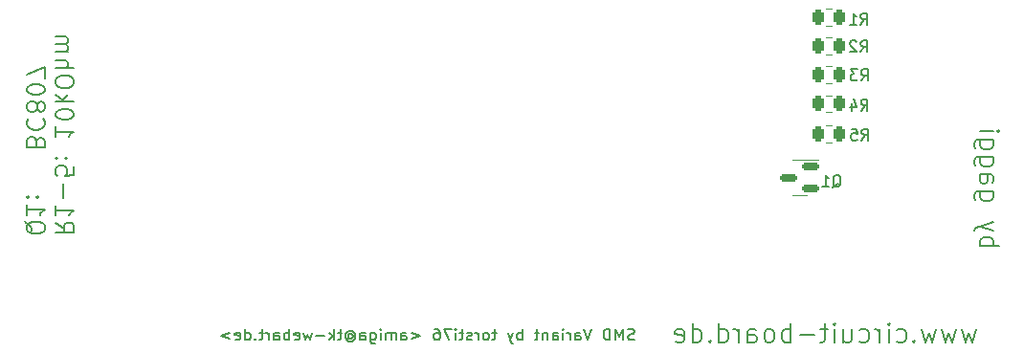
<source format=gbo>
G04 #@! TF.GenerationSoftware,KiCad,Pcbnew,6.0.1*
G04 #@! TF.CreationDate,2022-02-11T11:10:19+01:00*
G04 #@! TF.ProjectId,27C160_Adapter,32374331-3630-45f4-9164-61707465722e,1.1SMD*
G04 #@! TF.SameCoordinates,Original*
G04 #@! TF.FileFunction,Legend,Bot*
G04 #@! TF.FilePolarity,Positive*
%FSLAX46Y46*%
G04 Gerber Fmt 4.6, Leading zero omitted, Abs format (unit mm)*
G04 Created by KiCad (PCBNEW 6.0.1) date 2022-02-11 11:10:19*
%MOMM*%
%LPD*%
G01*
G04 APERTURE LIST*
G04 Aperture macros list*
%AMRoundRect*
0 Rectangle with rounded corners*
0 $1 Rounding radius*
0 $2 $3 $4 $5 $6 $7 $8 $9 X,Y pos of 4 corners*
0 Add a 4 corners polygon primitive as box body*
4,1,4,$2,$3,$4,$5,$6,$7,$8,$9,$2,$3,0*
0 Add four circle primitives for the rounded corners*
1,1,$1+$1,$2,$3*
1,1,$1+$1,$4,$5*
1,1,$1+$1,$6,$7*
1,1,$1+$1,$8,$9*
0 Add four rect primitives between the rounded corners*
20,1,$1+$1,$2,$3,$4,$5,0*
20,1,$1+$1,$4,$5,$6,$7,0*
20,1,$1+$1,$6,$7,$8,$9,0*
20,1,$1+$1,$8,$9,$2,$3,0*%
G04 Aperture macros list end*
%ADD10C,0.142240*%
%ADD11C,0.134112*%
%ADD12C,0.150000*%
%ADD13C,0.120000*%
%ADD14C,1.676400*%
%ADD15O,1.600000X2.600000*%
%ADD16O,1.500000X3.000000*%
%ADD17R,1.600000X1.600000*%
%ADD18O,1.600000X1.600000*%
%ADD19RoundRect,0.250000X0.262500X0.450000X-0.262500X0.450000X-0.262500X-0.450000X0.262500X-0.450000X0*%
%ADD20RoundRect,0.250000X-0.262500X-0.450000X0.262500X-0.450000X0.262500X0.450000X-0.262500X0.450000X0*%
%ADD21RoundRect,0.150000X0.587500X0.150000X-0.587500X0.150000X-0.587500X-0.150000X0.587500X-0.150000X0*%
G04 APERTURE END LIST*
D10*
X195451333Y-105729656D02*
X197140433Y-105729656D01*
X196496966Y-105729656D02*
X196577400Y-105568789D01*
X196577400Y-105247056D01*
X196496966Y-105086189D01*
X196416533Y-105005756D01*
X196255666Y-104925322D01*
X195773066Y-104925322D01*
X195612200Y-105005756D01*
X195531766Y-105086189D01*
X195451333Y-105247056D01*
X195451333Y-105568789D01*
X195531766Y-105729656D01*
X196577400Y-104362289D02*
X195451333Y-103960122D01*
X196577400Y-103557956D02*
X195451333Y-103960122D01*
X195049166Y-104120989D01*
X194968733Y-104201422D01*
X194888300Y-104362289D01*
X196577400Y-100903656D02*
X195210033Y-100903656D01*
X195049166Y-100984089D01*
X194968733Y-101064522D01*
X194888300Y-101225389D01*
X194888300Y-101466689D01*
X194968733Y-101627556D01*
X195531766Y-100903656D02*
X195451333Y-101064522D01*
X195451333Y-101386256D01*
X195531766Y-101547122D01*
X195612200Y-101627556D01*
X195773066Y-101707989D01*
X196255666Y-101707989D01*
X196416533Y-101627556D01*
X196496966Y-101547122D01*
X196577400Y-101386256D01*
X196577400Y-101064522D01*
X196496966Y-100903656D01*
X195451333Y-99375422D02*
X196336100Y-99375422D01*
X196496966Y-99455856D01*
X196577400Y-99616722D01*
X196577400Y-99938456D01*
X196496966Y-100099322D01*
X195531766Y-99375422D02*
X195451333Y-99536289D01*
X195451333Y-99938456D01*
X195531766Y-100099322D01*
X195692633Y-100179756D01*
X195853500Y-100179756D01*
X196014366Y-100099322D01*
X196094800Y-99938456D01*
X196094800Y-99536289D01*
X196175233Y-99375422D01*
X196577400Y-97847189D02*
X195210033Y-97847189D01*
X195049166Y-97927622D01*
X194968733Y-98008056D01*
X194888300Y-98168922D01*
X194888300Y-98410222D01*
X194968733Y-98571089D01*
X195531766Y-97847189D02*
X195451333Y-98008056D01*
X195451333Y-98329789D01*
X195531766Y-98490656D01*
X195612200Y-98571089D01*
X195773066Y-98651522D01*
X196255666Y-98651522D01*
X196416533Y-98571089D01*
X196496966Y-98490656D01*
X196577400Y-98329789D01*
X196577400Y-98008056D01*
X196496966Y-97847189D01*
X196577400Y-96318956D02*
X195210033Y-96318956D01*
X195049166Y-96399389D01*
X194968733Y-96479822D01*
X194888300Y-96640689D01*
X194888300Y-96881989D01*
X194968733Y-97042856D01*
X195531766Y-96318956D02*
X195451333Y-96479822D01*
X195451333Y-96801556D01*
X195531766Y-96962422D01*
X195612200Y-97042856D01*
X195773066Y-97123289D01*
X196255666Y-97123289D01*
X196416533Y-97042856D01*
X196496966Y-96962422D01*
X196577400Y-96801556D01*
X196577400Y-96479822D01*
X196496966Y-96318956D01*
X195451333Y-95514622D02*
X196577400Y-95514622D01*
X197140433Y-95514622D02*
X197060000Y-95595056D01*
X196979566Y-95514622D01*
X197060000Y-95434189D01*
X197140433Y-95514622D01*
X196979566Y-95514622D01*
D11*
X113675991Y-103627195D02*
X114434362Y-104158055D01*
X113675991Y-104537241D02*
X115268571Y-104537241D01*
X115268571Y-103930544D01*
X115192734Y-103778870D01*
X115116896Y-103703032D01*
X114965222Y-103627195D01*
X114737711Y-103627195D01*
X114586036Y-103703032D01*
X114510199Y-103778870D01*
X114434362Y-103930544D01*
X114434362Y-104537241D01*
X113675991Y-102110452D02*
X113675991Y-103020498D01*
X113675991Y-102565475D02*
X115268571Y-102565475D01*
X115041059Y-102717150D01*
X114889385Y-102868824D01*
X114813548Y-103020498D01*
X114282688Y-101427918D02*
X114282688Y-100214524D01*
X115268571Y-98697781D02*
X115268571Y-99456152D01*
X114510199Y-99531990D01*
X114586036Y-99456152D01*
X114661874Y-99304478D01*
X114661874Y-98925292D01*
X114586036Y-98773618D01*
X114510199Y-98697781D01*
X114358525Y-98621944D01*
X113979339Y-98621944D01*
X113827665Y-98697781D01*
X113751828Y-98773618D01*
X113675991Y-98925292D01*
X113675991Y-99304478D01*
X113751828Y-99456152D01*
X113827665Y-99531990D01*
X113827665Y-97939410D02*
X113751828Y-97863572D01*
X113675991Y-97939410D01*
X113751828Y-98015247D01*
X113827665Y-97939410D01*
X113675991Y-97939410D01*
X114661874Y-97939410D02*
X114586036Y-97863572D01*
X114510199Y-97939410D01*
X114586036Y-98015247D01*
X114661874Y-97939410D01*
X114510199Y-97939410D01*
X113675991Y-95133435D02*
X113675991Y-96043481D01*
X113675991Y-95588458D02*
X115268571Y-95588458D01*
X115041059Y-95740132D01*
X114889385Y-95891807D01*
X114813548Y-96043481D01*
X115268571Y-94147552D02*
X115268571Y-93995878D01*
X115192734Y-93844204D01*
X115116896Y-93768367D01*
X114965222Y-93692530D01*
X114661874Y-93616692D01*
X114282688Y-93616692D01*
X113979339Y-93692530D01*
X113827665Y-93768367D01*
X113751828Y-93844204D01*
X113675991Y-93995878D01*
X113675991Y-94147552D01*
X113751828Y-94299227D01*
X113827665Y-94375064D01*
X113979339Y-94450901D01*
X114282688Y-94526738D01*
X114661874Y-94526738D01*
X114965222Y-94450901D01*
X115116896Y-94375064D01*
X115192734Y-94299227D01*
X115268571Y-94147552D01*
X113675991Y-92934158D02*
X115268571Y-92934158D01*
X114282688Y-92782484D02*
X113675991Y-92327461D01*
X114737711Y-92327461D02*
X114131014Y-92934158D01*
X115268571Y-91341578D02*
X115268571Y-91038230D01*
X115192734Y-90886555D01*
X115041059Y-90734881D01*
X114737711Y-90659044D01*
X114206851Y-90659044D01*
X113903502Y-90734881D01*
X113751828Y-90886555D01*
X113675991Y-91038230D01*
X113675991Y-91341578D01*
X113751828Y-91493252D01*
X113903502Y-91644927D01*
X114206851Y-91720764D01*
X114737711Y-91720764D01*
X115041059Y-91644927D01*
X115192734Y-91493252D01*
X115268571Y-91341578D01*
X113675991Y-89976510D02*
X115268571Y-89976510D01*
X113675991Y-89293975D02*
X114510199Y-89293975D01*
X114661874Y-89369812D01*
X114737711Y-89521487D01*
X114737711Y-89748998D01*
X114661874Y-89900672D01*
X114586036Y-89976510D01*
X113675991Y-88535604D02*
X114737711Y-88535604D01*
X114586036Y-88535604D02*
X114661874Y-88459767D01*
X114737711Y-88308092D01*
X114737711Y-88080581D01*
X114661874Y-87928907D01*
X114510199Y-87853070D01*
X113675991Y-87853070D01*
X114510199Y-87853070D02*
X114661874Y-87777232D01*
X114737711Y-87625558D01*
X114737711Y-87398047D01*
X114661874Y-87246372D01*
X114510199Y-87170535D01*
X113675991Y-87170535D01*
X110960262Y-103475521D02*
X111036100Y-103627195D01*
X111187774Y-103778870D01*
X111415285Y-104006381D01*
X111491122Y-104158055D01*
X111491122Y-104309730D01*
X111111937Y-104233892D02*
X111187774Y-104385567D01*
X111339448Y-104537241D01*
X111642797Y-104613078D01*
X112173657Y-104613078D01*
X112477005Y-104537241D01*
X112628680Y-104385567D01*
X112704517Y-104233892D01*
X112704517Y-103930544D01*
X112628680Y-103778870D01*
X112477005Y-103627195D01*
X112173657Y-103551358D01*
X111642797Y-103551358D01*
X111339448Y-103627195D01*
X111187774Y-103778870D01*
X111111937Y-103930544D01*
X111111937Y-104233892D01*
X111111937Y-102034615D02*
X111111937Y-102944661D01*
X111111937Y-102489638D02*
X112704517Y-102489638D01*
X112477005Y-102641312D01*
X112325331Y-102792987D01*
X112249494Y-102944661D01*
X111263611Y-101352081D02*
X111187774Y-101276244D01*
X111111937Y-101352081D01*
X111187774Y-101427918D01*
X111263611Y-101352081D01*
X111111937Y-101352081D01*
X112097820Y-101352081D02*
X112021982Y-101276244D01*
X111946145Y-101352081D01*
X112021982Y-101427918D01*
X112097820Y-101352081D01*
X111946145Y-101352081D01*
X111946145Y-96422667D02*
X111870308Y-96195155D01*
X111794471Y-96119318D01*
X111642797Y-96043481D01*
X111415285Y-96043481D01*
X111263611Y-96119318D01*
X111187774Y-96195155D01*
X111111937Y-96346830D01*
X111111937Y-96953527D01*
X112704517Y-96953527D01*
X112704517Y-96422667D01*
X112628680Y-96270992D01*
X112552842Y-96195155D01*
X112401168Y-96119318D01*
X112249494Y-96119318D01*
X112097820Y-96195155D01*
X112021982Y-96270992D01*
X111946145Y-96422667D01*
X111946145Y-96953527D01*
X111263611Y-94450901D02*
X111187774Y-94526738D01*
X111111937Y-94754250D01*
X111111937Y-94905924D01*
X111187774Y-95133435D01*
X111339448Y-95285110D01*
X111491122Y-95360947D01*
X111794471Y-95436784D01*
X112021982Y-95436784D01*
X112325331Y-95360947D01*
X112477005Y-95285110D01*
X112628680Y-95133435D01*
X112704517Y-94905924D01*
X112704517Y-94754250D01*
X112628680Y-94526738D01*
X112552842Y-94450901D01*
X112021982Y-93540855D02*
X112097820Y-93692530D01*
X112173657Y-93768367D01*
X112325331Y-93844204D01*
X112401168Y-93844204D01*
X112552842Y-93768367D01*
X112628680Y-93692530D01*
X112704517Y-93540855D01*
X112704517Y-93237507D01*
X112628680Y-93085832D01*
X112552842Y-93009995D01*
X112401168Y-92934158D01*
X112325331Y-92934158D01*
X112173657Y-93009995D01*
X112097820Y-93085832D01*
X112021982Y-93237507D01*
X112021982Y-93540855D01*
X111946145Y-93692530D01*
X111870308Y-93768367D01*
X111718634Y-93844204D01*
X111415285Y-93844204D01*
X111263611Y-93768367D01*
X111187774Y-93692530D01*
X111111937Y-93540855D01*
X111111937Y-93237507D01*
X111187774Y-93085832D01*
X111263611Y-93009995D01*
X111415285Y-92934158D01*
X111718634Y-92934158D01*
X111870308Y-93009995D01*
X111946145Y-93085832D01*
X112021982Y-93237507D01*
X112704517Y-91948275D02*
X112704517Y-91796601D01*
X112628680Y-91644927D01*
X112552842Y-91569090D01*
X112401168Y-91493252D01*
X112097820Y-91417415D01*
X111718634Y-91417415D01*
X111415285Y-91493252D01*
X111263611Y-91569090D01*
X111187774Y-91644927D01*
X111111937Y-91796601D01*
X111111937Y-91948275D01*
X111187774Y-92099950D01*
X111263611Y-92175787D01*
X111415285Y-92251624D01*
X111718634Y-92327461D01*
X112097820Y-92327461D01*
X112401168Y-92251624D01*
X112552842Y-92175787D01*
X112628680Y-92099950D01*
X112704517Y-91948275D01*
X112704517Y-90886555D02*
X112704517Y-89824835D01*
X111111937Y-90507370D01*
D10*
X195087622Y-113082600D02*
X194765889Y-114208666D01*
X194444156Y-113404333D01*
X194122422Y-114208666D01*
X193800689Y-113082600D01*
X193318089Y-113082600D02*
X192996356Y-114208666D01*
X192674622Y-113404333D01*
X192352889Y-114208666D01*
X192031156Y-113082600D01*
X191548556Y-113082600D02*
X191226822Y-114208666D01*
X190905089Y-113404333D01*
X190583356Y-114208666D01*
X190261622Y-113082600D01*
X189618156Y-114047800D02*
X189537722Y-114128233D01*
X189618156Y-114208666D01*
X189698589Y-114128233D01*
X189618156Y-114047800D01*
X189618156Y-114208666D01*
X188089922Y-114128233D02*
X188250789Y-114208666D01*
X188572522Y-114208666D01*
X188733389Y-114128233D01*
X188813822Y-114047800D01*
X188894256Y-113886933D01*
X188894256Y-113404333D01*
X188813822Y-113243466D01*
X188733389Y-113163033D01*
X188572522Y-113082600D01*
X188250789Y-113082600D01*
X188089922Y-113163033D01*
X187366022Y-114208666D02*
X187366022Y-113082600D01*
X187366022Y-112519566D02*
X187446456Y-112600000D01*
X187366022Y-112680433D01*
X187285589Y-112600000D01*
X187366022Y-112519566D01*
X187366022Y-112680433D01*
X186561689Y-114208666D02*
X186561689Y-113082600D01*
X186561689Y-113404333D02*
X186481256Y-113243466D01*
X186400822Y-113163033D01*
X186239956Y-113082600D01*
X186079089Y-113082600D01*
X184792156Y-114128233D02*
X184953022Y-114208666D01*
X185274756Y-114208666D01*
X185435622Y-114128233D01*
X185516056Y-114047800D01*
X185596489Y-113886933D01*
X185596489Y-113404333D01*
X185516056Y-113243466D01*
X185435622Y-113163033D01*
X185274756Y-113082600D01*
X184953022Y-113082600D01*
X184792156Y-113163033D01*
X183344356Y-113082600D02*
X183344356Y-114208666D01*
X184068256Y-113082600D02*
X184068256Y-113967366D01*
X183987822Y-114128233D01*
X183826956Y-114208666D01*
X183585656Y-114208666D01*
X183424789Y-114128233D01*
X183344356Y-114047800D01*
X182540022Y-114208666D02*
X182540022Y-113082600D01*
X182540022Y-112519566D02*
X182620456Y-112600000D01*
X182540022Y-112680433D01*
X182459589Y-112600000D01*
X182540022Y-112519566D01*
X182540022Y-112680433D01*
X181976989Y-113082600D02*
X181333522Y-113082600D01*
X181735689Y-112519566D02*
X181735689Y-113967366D01*
X181655256Y-114128233D01*
X181494389Y-114208666D01*
X181333522Y-114208666D01*
X180770489Y-113565200D02*
X179483556Y-113565200D01*
X178679222Y-114208666D02*
X178679222Y-112519566D01*
X178679222Y-113163033D02*
X178518356Y-113082600D01*
X178196622Y-113082600D01*
X178035756Y-113163033D01*
X177955322Y-113243466D01*
X177874889Y-113404333D01*
X177874889Y-113886933D01*
X177955322Y-114047800D01*
X178035756Y-114128233D01*
X178196622Y-114208666D01*
X178518356Y-114208666D01*
X178679222Y-114128233D01*
X176909689Y-114208666D02*
X177070556Y-114128233D01*
X177150989Y-114047800D01*
X177231422Y-113886933D01*
X177231422Y-113404333D01*
X177150989Y-113243466D01*
X177070556Y-113163033D01*
X176909689Y-113082600D01*
X176668389Y-113082600D01*
X176507522Y-113163033D01*
X176427089Y-113243466D01*
X176346656Y-113404333D01*
X176346656Y-113886933D01*
X176427089Y-114047800D01*
X176507522Y-114128233D01*
X176668389Y-114208666D01*
X176909689Y-114208666D01*
X174898856Y-114208666D02*
X174898856Y-113323900D01*
X174979289Y-113163033D01*
X175140156Y-113082600D01*
X175461889Y-113082600D01*
X175622756Y-113163033D01*
X174898856Y-114128233D02*
X175059722Y-114208666D01*
X175461889Y-114208666D01*
X175622756Y-114128233D01*
X175703189Y-113967366D01*
X175703189Y-113806500D01*
X175622756Y-113645633D01*
X175461889Y-113565200D01*
X175059722Y-113565200D01*
X174898856Y-113484766D01*
X174094522Y-114208666D02*
X174094522Y-113082600D01*
X174094522Y-113404333D02*
X174014089Y-113243466D01*
X173933656Y-113163033D01*
X173772789Y-113082600D01*
X173611922Y-113082600D01*
X172324989Y-114208666D02*
X172324989Y-112519566D01*
X172324989Y-114128233D02*
X172485856Y-114208666D01*
X172807589Y-114208666D01*
X172968456Y-114128233D01*
X173048889Y-114047800D01*
X173129322Y-113886933D01*
X173129322Y-113404333D01*
X173048889Y-113243466D01*
X172968456Y-113163033D01*
X172807589Y-113082600D01*
X172485856Y-113082600D01*
X172324989Y-113163033D01*
X171520656Y-114047800D02*
X171440222Y-114128233D01*
X171520656Y-114208666D01*
X171601089Y-114128233D01*
X171520656Y-114047800D01*
X171520656Y-114208666D01*
X169992422Y-114208666D02*
X169992422Y-112519566D01*
X169992422Y-114128233D02*
X170153289Y-114208666D01*
X170475022Y-114208666D01*
X170635889Y-114128233D01*
X170716322Y-114047800D01*
X170796756Y-113886933D01*
X170796756Y-113404333D01*
X170716322Y-113243466D01*
X170635889Y-113163033D01*
X170475022Y-113082600D01*
X170153289Y-113082600D01*
X169992422Y-113163033D01*
X168544622Y-114128233D02*
X168705489Y-114208666D01*
X169027222Y-114208666D01*
X169188089Y-114128233D01*
X169268522Y-113967366D01*
X169268522Y-113323900D01*
X169188089Y-113163033D01*
X169027222Y-113082600D01*
X168705489Y-113082600D01*
X168544622Y-113163033D01*
X168464189Y-113323900D01*
X168464189Y-113484766D01*
X169268522Y-113645633D01*
D12*
X164845714Y-113974761D02*
X164702857Y-114022380D01*
X164464761Y-114022380D01*
X164369523Y-113974761D01*
X164321904Y-113927142D01*
X164274285Y-113831904D01*
X164274285Y-113736666D01*
X164321904Y-113641428D01*
X164369523Y-113593809D01*
X164464761Y-113546190D01*
X164655238Y-113498571D01*
X164750476Y-113450952D01*
X164798095Y-113403333D01*
X164845714Y-113308095D01*
X164845714Y-113212857D01*
X164798095Y-113117619D01*
X164750476Y-113070000D01*
X164655238Y-113022380D01*
X164417142Y-113022380D01*
X164274285Y-113070000D01*
X163845714Y-114022380D02*
X163845714Y-113022380D01*
X163512380Y-113736666D01*
X163179047Y-113022380D01*
X163179047Y-114022380D01*
X162702857Y-114022380D02*
X162702857Y-113022380D01*
X162464761Y-113022380D01*
X162321904Y-113070000D01*
X162226666Y-113165238D01*
X162179047Y-113260476D01*
X162131428Y-113450952D01*
X162131428Y-113593809D01*
X162179047Y-113784285D01*
X162226666Y-113879523D01*
X162321904Y-113974761D01*
X162464761Y-114022380D01*
X162702857Y-114022380D01*
X161083809Y-113022380D02*
X160750476Y-114022380D01*
X160417142Y-113022380D01*
X159655238Y-114022380D02*
X159655238Y-113498571D01*
X159702857Y-113403333D01*
X159798095Y-113355714D01*
X159988571Y-113355714D01*
X160083809Y-113403333D01*
X159655238Y-113974761D02*
X159750476Y-114022380D01*
X159988571Y-114022380D01*
X160083809Y-113974761D01*
X160131428Y-113879523D01*
X160131428Y-113784285D01*
X160083809Y-113689047D01*
X159988571Y-113641428D01*
X159750476Y-113641428D01*
X159655238Y-113593809D01*
X159179047Y-114022380D02*
X159179047Y-113355714D01*
X159179047Y-113546190D02*
X159131428Y-113450952D01*
X159083809Y-113403333D01*
X158988571Y-113355714D01*
X158893333Y-113355714D01*
X158560000Y-114022380D02*
X158560000Y-113355714D01*
X158560000Y-113022380D02*
X158607619Y-113070000D01*
X158560000Y-113117619D01*
X158512380Y-113070000D01*
X158560000Y-113022380D01*
X158560000Y-113117619D01*
X157655238Y-114022380D02*
X157655238Y-113498571D01*
X157702857Y-113403333D01*
X157798095Y-113355714D01*
X157988571Y-113355714D01*
X158083809Y-113403333D01*
X157655238Y-113974761D02*
X157750476Y-114022380D01*
X157988571Y-114022380D01*
X158083809Y-113974761D01*
X158131428Y-113879523D01*
X158131428Y-113784285D01*
X158083809Y-113689047D01*
X157988571Y-113641428D01*
X157750476Y-113641428D01*
X157655238Y-113593809D01*
X157179047Y-113355714D02*
X157179047Y-114022380D01*
X157179047Y-113450952D02*
X157131428Y-113403333D01*
X157036190Y-113355714D01*
X156893333Y-113355714D01*
X156798095Y-113403333D01*
X156750476Y-113498571D01*
X156750476Y-114022380D01*
X156417142Y-113355714D02*
X156036190Y-113355714D01*
X156274285Y-113022380D02*
X156274285Y-113879523D01*
X156226666Y-113974761D01*
X156131428Y-114022380D01*
X156036190Y-114022380D01*
X154940952Y-114022380D02*
X154940952Y-113022380D01*
X154940952Y-113403333D02*
X154845714Y-113355714D01*
X154655238Y-113355714D01*
X154560000Y-113403333D01*
X154512380Y-113450952D01*
X154464761Y-113546190D01*
X154464761Y-113831904D01*
X154512380Y-113927142D01*
X154560000Y-113974761D01*
X154655238Y-114022380D01*
X154845714Y-114022380D01*
X154940952Y-113974761D01*
X154131428Y-113355714D02*
X153893333Y-114022380D01*
X153655238Y-113355714D02*
X153893333Y-114022380D01*
X153988571Y-114260476D01*
X154036190Y-114308095D01*
X154131428Y-114355714D01*
X152655238Y-113355714D02*
X152274285Y-113355714D01*
X152512380Y-113022380D02*
X152512380Y-113879523D01*
X152464761Y-113974761D01*
X152369523Y-114022380D01*
X152274285Y-114022380D01*
X151798095Y-114022380D02*
X151893333Y-113974761D01*
X151940952Y-113927142D01*
X151988571Y-113831904D01*
X151988571Y-113546190D01*
X151940952Y-113450952D01*
X151893333Y-113403333D01*
X151798095Y-113355714D01*
X151655238Y-113355714D01*
X151560000Y-113403333D01*
X151512380Y-113450952D01*
X151464761Y-113546190D01*
X151464761Y-113831904D01*
X151512380Y-113927142D01*
X151560000Y-113974761D01*
X151655238Y-114022380D01*
X151798095Y-114022380D01*
X151036190Y-114022380D02*
X151036190Y-113355714D01*
X151036190Y-113546190D02*
X150988571Y-113450952D01*
X150940952Y-113403333D01*
X150845714Y-113355714D01*
X150750476Y-113355714D01*
X150464761Y-113974761D02*
X150369523Y-114022380D01*
X150179047Y-114022380D01*
X150083809Y-113974761D01*
X150036190Y-113879523D01*
X150036190Y-113831904D01*
X150083809Y-113736666D01*
X150179047Y-113689047D01*
X150321904Y-113689047D01*
X150417142Y-113641428D01*
X150464761Y-113546190D01*
X150464761Y-113498571D01*
X150417142Y-113403333D01*
X150321904Y-113355714D01*
X150179047Y-113355714D01*
X150083809Y-113403333D01*
X149750476Y-113355714D02*
X149369523Y-113355714D01*
X149607619Y-113022380D02*
X149607619Y-113879523D01*
X149560000Y-113974761D01*
X149464761Y-114022380D01*
X149369523Y-114022380D01*
X149036190Y-114022380D02*
X149036190Y-113355714D01*
X149036190Y-113022380D02*
X149083809Y-113070000D01*
X149036190Y-113117619D01*
X148988571Y-113070000D01*
X149036190Y-113022380D01*
X149036190Y-113117619D01*
X148655238Y-113022380D02*
X147988571Y-113022380D01*
X148417142Y-114022380D01*
X147179047Y-113022380D02*
X147369523Y-113022380D01*
X147464761Y-113070000D01*
X147512380Y-113117619D01*
X147607619Y-113260476D01*
X147655238Y-113450952D01*
X147655238Y-113831904D01*
X147607619Y-113927142D01*
X147560000Y-113974761D01*
X147464761Y-114022380D01*
X147274285Y-114022380D01*
X147179047Y-113974761D01*
X147131428Y-113927142D01*
X147083809Y-113831904D01*
X147083809Y-113593809D01*
X147131428Y-113498571D01*
X147179047Y-113450952D01*
X147274285Y-113403333D01*
X147464761Y-113403333D01*
X147560000Y-113450952D01*
X147607619Y-113498571D01*
X147655238Y-113593809D01*
X145131428Y-113355714D02*
X145893333Y-113641428D01*
X145131428Y-113927142D01*
X144226666Y-114022380D02*
X144226666Y-113498571D01*
X144274285Y-113403333D01*
X144369523Y-113355714D01*
X144560000Y-113355714D01*
X144655238Y-113403333D01*
X144226666Y-113974761D02*
X144321904Y-114022380D01*
X144560000Y-114022380D01*
X144655238Y-113974761D01*
X144702857Y-113879523D01*
X144702857Y-113784285D01*
X144655238Y-113689047D01*
X144560000Y-113641428D01*
X144321904Y-113641428D01*
X144226666Y-113593809D01*
X143750476Y-114022380D02*
X143750476Y-113355714D01*
X143750476Y-113450952D02*
X143702857Y-113403333D01*
X143607619Y-113355714D01*
X143464761Y-113355714D01*
X143369523Y-113403333D01*
X143321904Y-113498571D01*
X143321904Y-114022380D01*
X143321904Y-113498571D02*
X143274285Y-113403333D01*
X143179047Y-113355714D01*
X143036190Y-113355714D01*
X142940952Y-113403333D01*
X142893333Y-113498571D01*
X142893333Y-114022380D01*
X142417142Y-114022380D02*
X142417142Y-113355714D01*
X142417142Y-113022380D02*
X142464761Y-113070000D01*
X142417142Y-113117619D01*
X142369523Y-113070000D01*
X142417142Y-113022380D01*
X142417142Y-113117619D01*
X141512380Y-113355714D02*
X141512380Y-114165238D01*
X141560000Y-114260476D01*
X141607619Y-114308095D01*
X141702857Y-114355714D01*
X141845714Y-114355714D01*
X141940952Y-114308095D01*
X141512380Y-113974761D02*
X141607619Y-114022380D01*
X141798095Y-114022380D01*
X141893333Y-113974761D01*
X141940952Y-113927142D01*
X141988571Y-113831904D01*
X141988571Y-113546190D01*
X141940952Y-113450952D01*
X141893333Y-113403333D01*
X141798095Y-113355714D01*
X141607619Y-113355714D01*
X141512380Y-113403333D01*
X140607619Y-114022380D02*
X140607619Y-113498571D01*
X140655238Y-113403333D01*
X140750476Y-113355714D01*
X140940952Y-113355714D01*
X141036190Y-113403333D01*
X140607619Y-113974761D02*
X140702857Y-114022380D01*
X140940952Y-114022380D01*
X141036190Y-113974761D01*
X141083809Y-113879523D01*
X141083809Y-113784285D01*
X141036190Y-113689047D01*
X140940952Y-113641428D01*
X140702857Y-113641428D01*
X140607619Y-113593809D01*
X139512380Y-113546190D02*
X139560000Y-113498571D01*
X139655238Y-113450952D01*
X139750476Y-113450952D01*
X139845714Y-113498571D01*
X139893333Y-113546190D01*
X139940952Y-113641428D01*
X139940952Y-113736666D01*
X139893333Y-113831904D01*
X139845714Y-113879523D01*
X139750476Y-113927142D01*
X139655238Y-113927142D01*
X139560000Y-113879523D01*
X139512380Y-113831904D01*
X139512380Y-113450952D02*
X139512380Y-113831904D01*
X139464761Y-113879523D01*
X139417142Y-113879523D01*
X139321904Y-113831904D01*
X139274285Y-113736666D01*
X139274285Y-113498571D01*
X139369523Y-113355714D01*
X139512380Y-113260476D01*
X139702857Y-113212857D01*
X139893333Y-113260476D01*
X140036190Y-113355714D01*
X140131428Y-113498571D01*
X140179047Y-113689047D01*
X140131428Y-113879523D01*
X140036190Y-114022380D01*
X139893333Y-114117619D01*
X139702857Y-114165238D01*
X139512380Y-114117619D01*
X139369523Y-114022380D01*
X138988571Y-113355714D02*
X138607619Y-113355714D01*
X138845714Y-113022380D02*
X138845714Y-113879523D01*
X138798095Y-113974761D01*
X138702857Y-114022380D01*
X138607619Y-114022380D01*
X138274285Y-114022380D02*
X138274285Y-113022380D01*
X138179047Y-113641428D02*
X137893333Y-114022380D01*
X137893333Y-113355714D02*
X138274285Y-113736666D01*
X137464761Y-113641428D02*
X136702857Y-113641428D01*
X136321904Y-113355714D02*
X136131428Y-114022380D01*
X135940952Y-113546190D01*
X135750476Y-114022380D01*
X135560000Y-113355714D01*
X134798095Y-113974761D02*
X134893333Y-114022380D01*
X135083809Y-114022380D01*
X135179047Y-113974761D01*
X135226666Y-113879523D01*
X135226666Y-113498571D01*
X135179047Y-113403333D01*
X135083809Y-113355714D01*
X134893333Y-113355714D01*
X134798095Y-113403333D01*
X134750476Y-113498571D01*
X134750476Y-113593809D01*
X135226666Y-113689047D01*
X134321904Y-114022380D02*
X134321904Y-113022380D01*
X134321904Y-113403333D02*
X134226666Y-113355714D01*
X134036190Y-113355714D01*
X133940952Y-113403333D01*
X133893333Y-113450952D01*
X133845714Y-113546190D01*
X133845714Y-113831904D01*
X133893333Y-113927142D01*
X133940952Y-113974761D01*
X134036190Y-114022380D01*
X134226666Y-114022380D01*
X134321904Y-113974761D01*
X132988571Y-114022380D02*
X132988571Y-113498571D01*
X133036190Y-113403333D01*
X133131428Y-113355714D01*
X133321904Y-113355714D01*
X133417142Y-113403333D01*
X132988571Y-113974761D02*
X133083809Y-114022380D01*
X133321904Y-114022380D01*
X133417142Y-113974761D01*
X133464761Y-113879523D01*
X133464761Y-113784285D01*
X133417142Y-113689047D01*
X133321904Y-113641428D01*
X133083809Y-113641428D01*
X132988571Y-113593809D01*
X132512380Y-114022380D02*
X132512380Y-113355714D01*
X132512380Y-113546190D02*
X132464761Y-113450952D01*
X132417142Y-113403333D01*
X132321904Y-113355714D01*
X132226666Y-113355714D01*
X132036190Y-113355714D02*
X131655238Y-113355714D01*
X131893333Y-113022380D02*
X131893333Y-113879523D01*
X131845714Y-113974761D01*
X131750476Y-114022380D01*
X131655238Y-114022380D01*
X131321904Y-113927142D02*
X131274285Y-113974761D01*
X131321904Y-114022380D01*
X131369523Y-113974761D01*
X131321904Y-113927142D01*
X131321904Y-114022380D01*
X130417142Y-114022380D02*
X130417142Y-113022380D01*
X130417142Y-113974761D02*
X130512380Y-114022380D01*
X130702857Y-114022380D01*
X130798095Y-113974761D01*
X130845714Y-113927142D01*
X130893333Y-113831904D01*
X130893333Y-113546190D01*
X130845714Y-113450952D01*
X130798095Y-113403333D01*
X130702857Y-113355714D01*
X130512380Y-113355714D01*
X130417142Y-113403333D01*
X129560000Y-113974761D02*
X129655238Y-114022380D01*
X129845714Y-114022380D01*
X129940952Y-113974761D01*
X129988571Y-113879523D01*
X129988571Y-113498571D01*
X129940952Y-113403333D01*
X129845714Y-113355714D01*
X129655238Y-113355714D01*
X129560000Y-113403333D01*
X129512380Y-113498571D01*
X129512380Y-113593809D01*
X129988571Y-113689047D01*
X129083809Y-113355714D02*
X128321904Y-113641428D01*
X129083809Y-113927142D01*
X184886666Y-86112380D02*
X185220000Y-85636190D01*
X185458095Y-86112380D02*
X185458095Y-85112380D01*
X185077142Y-85112380D01*
X184981904Y-85160000D01*
X184934285Y-85207619D01*
X184886666Y-85302857D01*
X184886666Y-85445714D01*
X184934285Y-85540952D01*
X184981904Y-85588571D01*
X185077142Y-85636190D01*
X185458095Y-85636190D01*
X183934285Y-86112380D02*
X184505714Y-86112380D01*
X184220000Y-86112380D02*
X184220000Y-85112380D01*
X184315238Y-85255238D01*
X184410476Y-85350476D01*
X184505714Y-85398095D01*
X184886666Y-88528480D02*
X185220000Y-88052290D01*
X185458095Y-88528480D02*
X185458095Y-87528480D01*
X185077142Y-87528480D01*
X184981904Y-87576100D01*
X184934285Y-87623719D01*
X184886666Y-87718957D01*
X184886666Y-87861814D01*
X184934285Y-87957052D01*
X184981904Y-88004671D01*
X185077142Y-88052290D01*
X185458095Y-88052290D01*
X184505714Y-87623719D02*
X184458095Y-87576100D01*
X184362857Y-87528480D01*
X184124761Y-87528480D01*
X184029523Y-87576100D01*
X183981904Y-87623719D01*
X183934285Y-87718957D01*
X183934285Y-87814195D01*
X183981904Y-87957052D01*
X184553333Y-88528480D01*
X183934285Y-88528480D01*
X184916666Y-91068480D02*
X185250000Y-90592290D01*
X185488095Y-91068480D02*
X185488095Y-90068480D01*
X185107142Y-90068480D01*
X185011904Y-90116100D01*
X184964285Y-90163719D01*
X184916666Y-90258957D01*
X184916666Y-90401814D01*
X184964285Y-90497052D01*
X185011904Y-90544671D01*
X185107142Y-90592290D01*
X185488095Y-90592290D01*
X184583333Y-90068480D02*
X183964285Y-90068480D01*
X184297619Y-90449433D01*
X184154761Y-90449433D01*
X184059523Y-90497052D01*
X184011904Y-90544671D01*
X183964285Y-90639909D01*
X183964285Y-90878004D01*
X184011904Y-90973242D01*
X184059523Y-91020861D01*
X184154761Y-91068480D01*
X184440476Y-91068480D01*
X184535714Y-91020861D01*
X184583333Y-90973242D01*
X184906666Y-93722380D02*
X185240000Y-93246190D01*
X185478095Y-93722380D02*
X185478095Y-92722380D01*
X185097142Y-92722380D01*
X185001904Y-92770000D01*
X184954285Y-92817619D01*
X184906666Y-92912857D01*
X184906666Y-93055714D01*
X184954285Y-93150952D01*
X185001904Y-93198571D01*
X185097142Y-93246190D01*
X185478095Y-93246190D01*
X184049523Y-93055714D02*
X184049523Y-93722380D01*
X184287619Y-92674761D02*
X184525714Y-93389047D01*
X183906666Y-93389047D01*
X182395238Y-100527619D02*
X182490476Y-100480000D01*
X182585714Y-100384761D01*
X182728571Y-100241904D01*
X182823809Y-100194285D01*
X182919047Y-100194285D01*
X182871428Y-100432380D02*
X182966666Y-100384761D01*
X183061904Y-100289523D01*
X183109523Y-100099047D01*
X183109523Y-99765714D01*
X183061904Y-99575238D01*
X182966666Y-99480000D01*
X182871428Y-99432380D01*
X182680952Y-99432380D01*
X182585714Y-99480000D01*
X182490476Y-99575238D01*
X182442857Y-99765714D01*
X182442857Y-100099047D01*
X182490476Y-100289523D01*
X182585714Y-100384761D01*
X182680952Y-100432380D01*
X182871428Y-100432380D01*
X181490476Y-100432380D02*
X182061904Y-100432380D01*
X181776190Y-100432380D02*
X181776190Y-99432380D01*
X181871428Y-99575238D01*
X181966666Y-99670476D01*
X182061904Y-99718095D01*
X184966666Y-96348480D02*
X185300000Y-95872290D01*
X185538095Y-96348480D02*
X185538095Y-95348480D01*
X185157142Y-95348480D01*
X185061904Y-95396100D01*
X185014285Y-95443719D01*
X184966666Y-95538957D01*
X184966666Y-95681814D01*
X185014285Y-95777052D01*
X185061904Y-95824671D01*
X185157142Y-95872290D01*
X185538095Y-95872290D01*
X184061904Y-95348480D02*
X184538095Y-95348480D01*
X184585714Y-95824671D01*
X184538095Y-95777052D01*
X184442857Y-95729433D01*
X184204761Y-95729433D01*
X184109523Y-95777052D01*
X184061904Y-95824671D01*
X184014285Y-95919909D01*
X184014285Y-96158004D01*
X184061904Y-96253242D01*
X184109523Y-96300861D01*
X184204761Y-96348480D01*
X184442857Y-96348480D01*
X184538095Y-96300861D01*
X184585714Y-96253242D01*
D13*
X182283464Y-86178900D02*
X181829336Y-86178900D01*
X182283464Y-84708900D02*
X181829336Y-84708900D01*
X182283464Y-88725000D02*
X181829336Y-88725000D01*
X182283464Y-87255000D02*
X181829336Y-87255000D01*
X182283464Y-91265000D02*
X181829336Y-91265000D01*
X182283464Y-89795000D02*
X181829336Y-89795000D01*
X181829336Y-93855000D02*
X182283464Y-93855000D01*
X181829336Y-92385000D02*
X182283464Y-92385000D01*
X179470000Y-101200000D02*
X180120000Y-101200000D01*
X179470000Y-98080000D02*
X178820000Y-98080000D01*
X179470000Y-98080000D02*
X181145000Y-98080000D01*
X179470000Y-101200000D02*
X178820000Y-101200000D01*
X181829336Y-96525000D02*
X182283464Y-96525000D01*
X181829336Y-95055000D02*
X182283464Y-95055000D01*
%LPC*%
D14*
X193140000Y-110490000D03*
X190600000Y-110490000D03*
X188060000Y-110490000D03*
X193140000Y-107950000D03*
X190600000Y-107950000D03*
X188060000Y-107950000D03*
D15*
X130110000Y-110023000D03*
X132650000Y-110023000D03*
X135190000Y-110023000D03*
X137730000Y-110023000D03*
X140270000Y-110023000D03*
X142810000Y-110023000D03*
X145350000Y-110023000D03*
X147890000Y-110023000D03*
X150430000Y-110023000D03*
X152970000Y-110023000D03*
X155510000Y-110023000D03*
X158050000Y-110023000D03*
X160590000Y-110023000D03*
X163130000Y-110023000D03*
X165670000Y-110023000D03*
X168210000Y-110023000D03*
X170750000Y-110023000D03*
X173290000Y-110023000D03*
X175830000Y-110023000D03*
X178370000Y-110023000D03*
X178370000Y-95037000D03*
X175830000Y-95037000D03*
X173290000Y-95037000D03*
X170750000Y-95037000D03*
X168210000Y-95037000D03*
X165670000Y-95037000D03*
X163130000Y-95037000D03*
X160590000Y-95037000D03*
X158050000Y-95037000D03*
X155510000Y-95037000D03*
X152970000Y-95037000D03*
X150430000Y-95037000D03*
X147890000Y-95037000D03*
X145350000Y-95037000D03*
X142810000Y-95037000D03*
X140270000Y-95037000D03*
X137730000Y-95037000D03*
X135190000Y-95037000D03*
X132650000Y-95037000D03*
X130110000Y-95037000D03*
D16*
X118021100Y-103733600D03*
X120561100Y-103733600D03*
X123101100Y-103733600D03*
X125641100Y-103733600D03*
X128181100Y-103733600D03*
X130721100Y-103733600D03*
X133261100Y-103733600D03*
X135801100Y-103733600D03*
X138341100Y-103733600D03*
X140881100Y-103733600D03*
X143421100Y-103733600D03*
X145961100Y-103733600D03*
X148501100Y-103733600D03*
X151041100Y-103733600D03*
X153581100Y-103733600D03*
X156121100Y-103733600D03*
X158661100Y-103733600D03*
X161201100Y-103733600D03*
X163741100Y-103733600D03*
X166281100Y-103733600D03*
X168821100Y-103733600D03*
X171361100Y-103733600D03*
X173901100Y-103733600D03*
X176441100Y-103733600D03*
X176441100Y-88493600D03*
X173901100Y-88493600D03*
X171361100Y-88493600D03*
X168821100Y-88493600D03*
X166281100Y-88493600D03*
X163741100Y-88493600D03*
X161201100Y-88493600D03*
X158661100Y-88493600D03*
X156121100Y-88493600D03*
X153581100Y-88493600D03*
X151041100Y-88493600D03*
X148501100Y-88493600D03*
X145961100Y-88493600D03*
X143421100Y-88493600D03*
X140881100Y-88493600D03*
X138341100Y-88493600D03*
X135801100Y-88493600D03*
X133261100Y-88493600D03*
X130721100Y-88493600D03*
X128181100Y-88493600D03*
X125641100Y-88493600D03*
X123101100Y-88493600D03*
X120561100Y-88493600D03*
X118021100Y-88493600D03*
D17*
X186940000Y-87440000D03*
D18*
X186940000Y-89980000D03*
X186940000Y-92520000D03*
X194560000Y-92520000D03*
X194560000Y-89980000D03*
X194560000Y-87440000D03*
D19*
X182968900Y-85443900D03*
X181143900Y-85443900D03*
X182968900Y-87990000D03*
X181143900Y-87990000D03*
X182968900Y-90530000D03*
X181143900Y-90530000D03*
D20*
X181143900Y-93120000D03*
X182968900Y-93120000D03*
D21*
X180407500Y-98690000D03*
X180407500Y-100590000D03*
X178532500Y-99640000D03*
D20*
X181143900Y-95790000D03*
X182968900Y-95790000D03*
M02*

</source>
